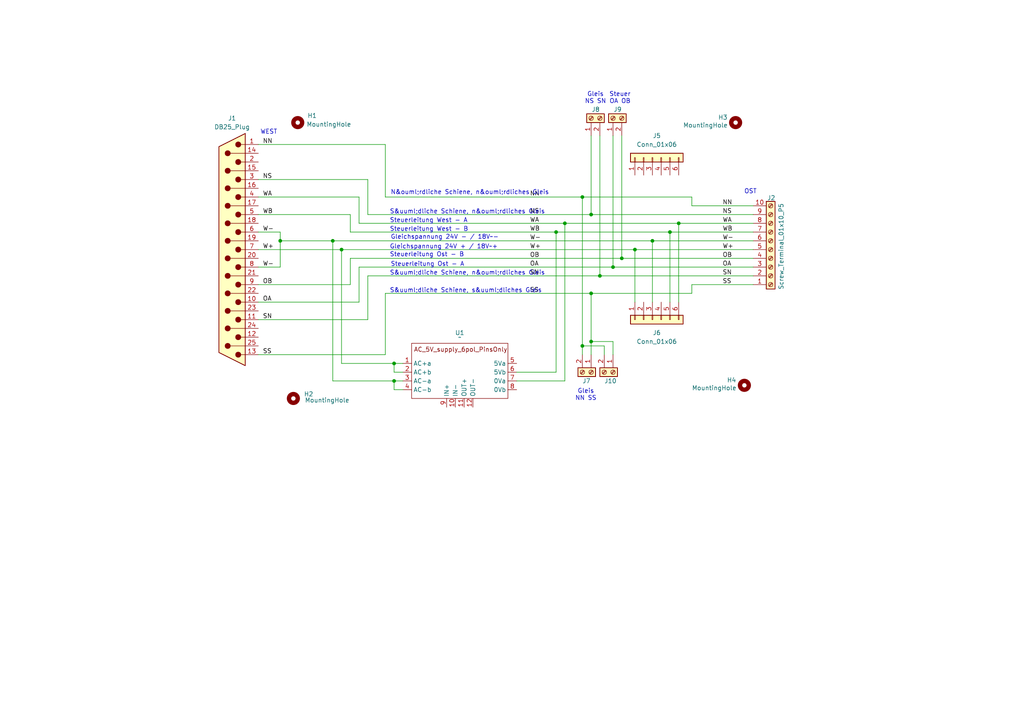
<source format=kicad_sch>
(kicad_sch (version 20231120) (generator "eeschema") (generator_version "8.0")
  (paper "A4")
  (title_block (date "2025-03-06"))
  (lib_symbols
    (symbol "Connector:DB25_Plug" (pin_names (offset 1.016) hide)
      (property "Reference" "J" (at 0 34.29 0))
      (property "Value" "DB25_Plug" (at 0 -34.925 0))
      (symbol "DB25_Plug_0_1"
        (circle (center -1.778 -30.48) (radius 0.762) (fill (type outline)))
        (circle (center -1.778 -25.4) (radius 0.762) (fill (type outline)))
        (circle (center -1.778 -20.32) (radius 0.762) (fill (type outline)))
        (circle (center -1.778 -15.24) (radius 0.762) (fill (type outline)))
        (circle (center -1.778 -10.16) (radius 0.762) (fill (type outline)))
        (circle (center -1.778 -5.08) (radius 0.762) (fill (type outline)))
        (circle (center -1.778 0) (radius 0.762) (fill (type outline)))
        (circle (center -1.778 5.08) (radius 0.762) (fill (type outline)))
        (circle (center -1.778 10.16) (radius 0.762) (fill (type outline)))
        (circle (center -1.778 15.24) (radius 0.762) (fill (type outline)))
        (circle (center -1.778 20.32) (radius 0.762) (fill (type outline)))
        (circle (center -1.778 25.4) (radius 0.762) (fill (type outline)))
        (circle (center -1.778 30.48) (radius 0.762) (fill (type outline)))
        (polyline (pts (xy -3.81 -30.48) (xy -2.54 -30.48)))
        (polyline (pts (xy -3.81 -27.94) (xy 0.508 -27.94)))
        (polyline (pts (xy -3.81 -25.4) (xy -2.54 -25.4)))
        (polyline (pts (xy -3.81 -22.86) (xy 0.508 -22.86)))
        (polyline (pts (xy -3.81 -20.32) (xy -2.54 -20.32)))
        (polyline (pts (xy -3.81 -17.78) (xy 0.508 -17.78)))
        (polyline (pts (xy -3.81 -15.24) (xy -2.54 -15.24)))
        (polyline (pts (xy -3.81 -12.7) (xy 0.508 -12.7)))
        (polyline (pts (xy -3.81 -10.16) (xy -2.54 -10.16)))
        (polyline (pts (xy -3.81 -7.62) (xy 0.508 -7.62)))
        (polyline (pts (xy -3.81 -5.08) (xy -2.54 -5.08)))
        (polyline (pts (xy -3.81 -2.54) (xy 0.508 -2.54)))
        (polyline (pts (xy -3.81 0) (xy -2.54 0)))
        (polyline (pts (xy -3.81 2.54) (xy 0.508 2.54)))
        (polyline (pts (xy -3.81 5.08) (xy -2.54 5.08)))
        (polyline (pts (xy -3.81 7.62) (xy 0.508 7.62)))
        (polyline (pts (xy -3.81 10.16) (xy -2.54 10.16)))
        (polyline (pts (xy -3.81 12.7) (xy 0.508 12.7)))
        (polyline (pts (xy -3.81 15.24) (xy -2.54 15.24)))
        (polyline (pts (xy -3.81 17.78) (xy 0.508 17.78)))
        (polyline (pts (xy -3.81 20.32) (xy -2.54 20.32)))
        (polyline (pts (xy -3.81 22.86) (xy 0.508 22.86)))
        (polyline (pts (xy -3.81 25.4) (xy -2.54 25.4)))
        (polyline (pts (xy -3.81 27.94) (xy 0.508 27.94)))
        (polyline (pts (xy -3.81 30.48) (xy -2.54 30.48)))
        (polyline (pts (xy -3.81 -33.655) (xy 3.81 -29.845) (xy 3.81 29.845) (xy -3.81 33.655) (xy -3.81 -33.655)) (stroke (width 0.254)) (fill (type background)))
        (circle (center 1.27 -27.94) (radius 0.762) (fill (type outline)))
        (circle (center 1.27 -22.86) (radius 0.762) (fill (type outline)))
        (circle (center 1.27 -17.78) (radius 0.762) (fill (type outline)))
        (circle (center 1.27 -12.7) (radius 0.762) (fill (type outline)))
        (circle (center 1.27 -7.62) (radius 0.762) (fill (type outline)))
        (circle (center 1.27 -2.54) (radius 0.762) (fill (type outline)))
        (circle (center 1.27 2.54) (radius 0.762) (fill (type outline)))
        (circle (center 1.27 7.62) (radius 0.762) (fill (type outline)))
        (circle (center 1.27 12.7) (radius 0.762) (fill (type outline)))
        (circle (center 1.27 17.78) (radius 0.762) (fill (type outline)))
        (circle (center 1.27 22.86) (radius 0.762) (fill (type outline)))
        (circle (center 1.27 27.94) (radius 0.762) (fill (type outline)))
      )
      (symbol "DB25_Plug_1_1"
        (pin passive line (at -7.62 -30.48 0) (length 3.81) (name "1") (number "1"))
        (pin passive line (at -7.62 15.24 0) (length 3.81) (name "10") (number "10"))
        (pin passive line (at -7.62 20.32 0) (length 3.81) (name "11") (number "11"))
        (pin passive line (at -7.62 25.4 0) (length 3.81) (name "12") (number "12"))
        (pin passive line (at -7.62 30.48 0) (length 3.81) (name "13") (number "13"))
        (pin passive line (at -7.62 -27.94 0) (length 3.81) (name "P14") (number "14"))
        (pin passive line (at -7.62 -22.86 0) (length 3.81) (name "P15") (number "15"))
        (pin passive line (at -7.62 -17.78 0) (length 3.81) (name "P16") (number "16"))
        (pin passive line (at -7.62 -12.7 0) (length 3.81) (name "P17") (number "17"))
        (pin passive line (at -7.62 -7.62 0) (length 3.81) (name "P18") (number "18"))
        (pin passive line (at -7.62 -2.54 0) (length 3.81) (name "P19") (number "19"))
        (pin passive line (at -7.62 -25.4 0) (length 3.81) (name "2") (number "2"))
        (pin passive line (at -7.62 2.54 0) (length 3.81) (name "P20") (number "20"))
        (pin passive line (at -7.62 7.62 0) (length 3.81) (name "P21") (number "21"))
        (pin passive line (at -7.62 12.7 0) (length 3.81) (name "P22") (number "22"))
        (pin passive line (at -7.62 17.78 0) (length 3.81) (name "P23") (number "23"))
        (pin passive line (at -7.62 22.86 0) (length 3.81) (name "P24") (number "24"))
        (pin passive line (at -7.62 27.94 0) (length 3.81) (name "P25") (number "25"))
        (pin passive line (at -7.62 -20.32 0) (length 3.81) (name "3") (number "3"))
        (pin passive line (at -7.62 -15.24 0) (length 3.81) (name "4") (number "4"))
        (pin passive line (at -7.62 -10.16 0) (length 3.81) (name "5") (number "5"))
        (pin passive line (at -7.62 -5.08 0) (length 3.81) (name "6") (number "6"))
        (pin passive line (at -7.62 0 0) (length 3.81) (name "7") (number "7"))
        (pin passive line (at -7.62 5.08 0) (length 3.81) (name "8") (number "8"))
        (pin passive line (at -7.62 10.16 0) (length 3.81) (name "9") (number "9"))
      )
    )
    (symbol "Connector_Generic:Conn_01x06" (pin_names (offset 1.016) hide)
      (property "Reference" "J" (at 0 7.62 0))
      (property "Value" "Conn_01x06" (at 0 -10.16 0))
      (symbol "Conn_01x06_1_1"
        (rectangle (start -1.27 -7.493) (end 0 -7.747) (stroke (width 0.1524)))
        (rectangle (start -1.27 -4.953) (end 0 -5.207) (stroke (width 0.1524)))
        (rectangle (start -1.27 -2.413) (end 0 -2.667) (stroke (width 0.1524)))
        (rectangle (start -1.27 0.127) (end 0 -0.127) (stroke (width 0.1524)))
        (rectangle (start -1.27 2.667) (end 0 2.413) (stroke (width 0.1524)))
        (rectangle (start -1.27 5.207) (end 0 4.953) (stroke (width 0.1524)))
        (rectangle (start -1.27 6.35) (end 1.27 -8.89) (stroke (width 0.254)) (fill (type background)))
        (pin passive line (at -5.08 5.08 0) (length 3.81) (name "Pin_1") (number "1"))
        (pin passive line (at -5.08 2.54 0) (length 3.81) (name "Pin_2") (number "2"))
        (pin passive line (at -5.08 0 0) (length 3.81) (name "Pin_3") (number "3"))
        (pin passive line (at -5.08 -2.54 0) (length 3.81) (name "Pin_4") (number "4"))
        (pin passive line (at -5.08 -5.08 0) (length 3.81) (name "Pin_5") (number "5"))
        (pin passive line (at -5.08 -7.62 0) (length 3.81) (name "Pin_6") (number "6"))
      )
    )
    (symbol "Mechanical:MountingHole" (pin_names (offset 1.016)) (exclude_from_sim yes) (in_bom no)
      (property "Reference" "H" (at 0 5.08 0))
      (property "Value" "MountingHole" (at 0 3.175 0))
      (symbol "MountingHole_0_1"
        (circle (center 0 0) (radius 1.27) (stroke (width 1.27)))
      )
    )
    (symbol "_kh_library:AC_5V_supply_6pol"
      (property "Reference" "U" (at 16.256 7.112 0))
      (symbol "AC_5V_supply_6pol_0_1"
        (rectangle (start 2.54 5.842) (end 30.48 -10.16))
      )
      (symbol "AC_5V_supply_6pol_1_1"
        (text "AC_5V_supply_6pol_PinsOnly" (at 16.764 4.064 0) (effects (font (size 1.27 1.27))))
        (pin passive line (at 0 0 0) (length 2.54) (name "AC+a") (number "1"))
        (pin passive line (at 15.24 -12.7 90) (length 2.54) (name "IN-") (number "10"))
        (pin passive line (at 17.78 -12.7 90) (length 2.54) (name "OUT+") (number "11"))
        (pin passive line (at 20.32 -12.7 90) (length 2.54) (name "OUT-") (number "12"))
        (pin passive line (at 0 -2.54 0) (length 2.54) (name "AC+b") (number "2"))
        (pin passive line (at 0 -5.08 0) (length 2.54) (name "AC-a") (number "3"))
        (pin passive line (at 0 -7.62 0) (length 2.54) (name "AC-b") (number "4"))
        (pin passive line (at 33.02 0 180) (length 2.54) (name "5Va") (number "5"))
        (pin passive line (at 33.02 -2.54 180) (length 2.54) (name "5Vb") (number "6"))
        (pin passive line (at 33.02 -5.08 180) (length 2.54) (name "0Va") (number "7"))
        (pin passive line (at 33.02 -7.62 180) (length 2.54) (name "0Vb") (number "8"))
        (pin passive line (at 12.7 -12.7 90) (length 2.54) (name "IN+") (number "9"))
      )
    )
    (symbol "_kh_library:Screw_Terminal_01x02_P5" (pin_names (offset 1.016) hide)
      (property "Reference" "J" (at 2.286 0 0))
      (property "Value" "Screw_Terminal_01x02_P5" (at 6.35 -1.016 90))
      (symbol "Screw_Terminal_01x02_P5_1_1"
        (rectangle (start -1.27 1.27) (end 1.27 -3.81) (stroke (width 0.254)) (fill (type background)))
        (circle (center 0 -2.54) (radius 0.635) (stroke (width 0.1524)))
        (polyline (pts (xy -0.5334 -2.2098) (xy 0.3302 -3.048)) (stroke (width 0.1524)))
        (polyline (pts (xy -0.5334 0.3302) (xy 0.3302 -0.508)) (stroke (width 0.1524)))
        (polyline (pts (xy -0.3556 -2.032) (xy 0.508 -2.8702)) (stroke (width 0.1524)))
        (polyline (pts (xy -0.3556 0.508) (xy 0.508 -0.3302)) (stroke (width 0.1524)))
        (circle (center 0 0) (radius 0.635) (stroke (width 0.1524)))
        (pin passive line (at -5.08 0 0) (length 3.81) (name "Pin_1") (number "1"))
        (pin passive line (at -5.08 -2.54 0) (length 3.81) (name "Pin_2") (number "2"))
      )
    )
    (symbol "_kh_library:Screw_Terminal_01x10_P5" (pin_names (offset 1.016) hide)
      (property "Reference" "J" (at 0 12.7 0))
      (property "Value" "Screw_Terminal_01x10_P5" (at 3.556 -1.016 90))
      (symbol "Screw_Terminal_01x10_P5_1_1"
        (rectangle (start -1.27 11.43) (end 1.27 -13.97) (stroke (width 0.254)) (fill (type background)))
        (circle (center 0 -12.7) (radius 0.635) (stroke (width 0.1524)))
        (circle (center 0 -10.16) (radius 0.635) (stroke (width 0.1524)))
        (circle (center 0 -7.62) (radius 0.635) (stroke (width 0.1524)))
        (circle (center 0 -5.08) (radius 0.635) (stroke (width 0.1524)))
        (circle (center 0 -2.54) (radius 0.635) (stroke (width 0.1524)))
        (polyline (pts (xy -0.5334 -12.3698) (xy 0.3302 -13.208)) (stroke (width 0.1524)))
        (polyline (pts (xy -0.5334 -9.8298) (xy 0.3302 -10.668)) (stroke (width 0.1524)))
        (polyline (pts (xy -0.5334 -7.2898) (xy 0.3302 -8.128)) (stroke (width 0.1524)))
        (polyline (pts (xy -0.5334 -4.7498) (xy 0.3302 -5.588)) (stroke (width 0.1524)))
        (polyline (pts (xy -0.5334 -2.2098) (xy 0.3302 -3.048)) (stroke (width 0.1524)))
        (polyline (pts (xy -0.5334 0.3302) (xy 0.3302 -0.508)) (stroke (width 0.1524)))
        (polyline (pts (xy -0.5334 2.8702) (xy 0.3302 2.032)) (stroke (width 0.1524)))
        (polyline (pts (xy -0.5334 5.4102) (xy 0.3302 4.572)) (stroke (width 0.1524)))
        (polyline (pts (xy -0.5334 7.9502) (xy 0.3302 7.112)) (stroke (width 0.1524)))
        (polyline (pts (xy -0.5334 10.4902) (xy 0.3302 9.652)) (stroke (width 0.1524)))
        (polyline (pts (xy -0.3556 -12.192) (xy 0.508 -13.0302)) (stroke (width 0.1524)))
        (polyline (pts (xy -0.3556 -9.652) (xy 0.508 -10.4902)) (stroke (width 0.1524)))
        (polyline (pts (xy -0.3556 -7.112) (xy 0.508 -7.9502)) (stroke (width 0.1524)))
        (polyline (pts (xy -0.3556 -4.572) (xy 0.508 -5.4102)) (stroke (width 0.1524)))
        (polyline (pts (xy -0.3556 -2.032) (xy 0.508 -2.8702)) (stroke (width 0.1524)))
        (polyline (pts (xy -0.3556 0.508) (xy 0.508 -0.3302)) (stroke (width 0.1524)))
        (polyline (pts (xy -0.3556 3.048) (xy 0.508 2.2098)) (stroke (width 0.1524)))
        (polyline (pts (xy -0.3556 5.588) (xy 0.508 4.7498)) (stroke (width 0.1524)))
        (polyline (pts (xy -0.3556 8.128) (xy 0.508 7.2898)) (stroke (width 0.1524)))
        (polyline (pts (xy -0.3556 10.668) (xy 0.508 9.8298)) (stroke (width 0.1524)))
        (circle (center 0 0) (radius 0.635) (stroke (width 0.1524)))
        (circle (center 0 2.54) (radius 0.635) (stroke (width 0.1524)))
        (circle (center 0 5.08) (radius 0.635) (stroke (width 0.1524)))
        (circle (center 0 7.62) (radius 0.635) (stroke (width 0.1524)))
        (circle (center 0 10.16) (radius 0.635) (stroke (width 0.1524)))
        (pin passive line (at -5.08 10.16 0) (length 3.81) (name "Pin_1") (number "1"))
        (pin passive line (at -5.08 -12.7 0) (length 3.81) (name "Pin_10") (number "10"))
        (pin passive line (at -5.08 7.62 0) (length 3.81) (name "Pin_2") (number "2"))
        (pin passive line (at -5.08 5.08 0) (length 3.81) (name "Pin_3") (number "3"))
        (pin passive line (at -5.08 2.54 0) (length 3.81) (name "Pin_4") (number "4"))
        (pin passive line (at -5.08 0 0) (length 3.81) (name "Pin_5") (number "5"))
        (pin passive line (at -5.08 -2.54 0) (length 3.81) (name "Pin_6") (number "6"))
        (pin passive line (at -5.08 -5.08 0) (length 3.81) (name "Pin_7") (number "7"))
        (pin passive line (at -5.08 -7.62 0) (length 3.81) (name "Pin_8") (number "8"))
        (pin passive line (at -5.08 -10.16 0) (length 3.81) (name "Pin_9") (number "9"))
      )
    )
  )
  (junction (at 171.45 62.23))
  (junction (at 81.28 69.85))
  (junction (at 194.31 67.31))
  (junction (at 173.99 80.01))
  (junction (at 163.83 64.77))
  (junction (at 184.15 72.39))
  (junction (at 180.34 74.93))
  (junction (at 168.91 100.33))
  (junction (at 161.29 67.31))
  (junction (at 168.91 57.15))
  (junction (at 189.23 69.85))
  (junction (at 171.45 99.06))
  (junction (at 99.06 72.39))
  (junction (at 196.85 64.77))
  (junction (at 171.45 85.09))
  (junction (at 114.3 110.49))
  (junction (at 114.3 105.41))
  (junction (at 177.8 77.47))
  (junction (at 96.52 69.85))
  (wire (pts (xy 111.76 41.91) (xy 111.76 57.15)))
  (wire (pts (xy 171.45 85.09) (xy 171.45 99.06)))
  (wire (pts (xy 173.99 80.01) (xy 218.44 80.01)))
  (wire (pts (xy 194.31 67.31) (xy 194.31 87.63)))
  (wire (pts (xy 184.15 72.39) (xy 218.44 72.39)))
  (wire (pts (xy 200.66 85.09) (xy 200.66 82.55)))
  (wire (pts (xy 184.15 72.39) (xy 184.15 87.63)))
  (wire (pts (xy 189.23 69.85) (xy 189.23 87.63)))
  (wire (pts (xy 74.93 41.91) (xy 111.76 41.91)))
  (wire (pts (xy 116.84 110.49) (xy 114.3 110.49)))
  (wire (pts (xy 168.91 57.15) (xy 200.66 57.15)))
  (wire (pts (xy 194.31 67.31) (xy 218.44 67.31)))
  (wire (pts (xy 177.8 77.47) (xy 218.44 77.47)))
  (wire (pts (xy 74.93 102.87) (xy 111.76 102.87)))
  (wire (pts (xy 99.06 72.39) (xy 184.15 72.39)))
  (wire (pts (xy 189.23 69.85) (xy 218.44 69.85)))
  (wire (pts (xy 161.29 107.95) (xy 161.29 67.31)))
  (wire (pts (xy 74.93 67.31) (xy 81.28 67.31)))
  (wire (pts (xy 74.93 82.55) (xy 101.6 82.55)))
  (wire (pts (xy 111.76 85.09) (xy 171.45 85.09)))
  (wire (pts (xy 104.14 87.63) (xy 104.14 77.47)))
  (wire (pts (xy 149.86 110.49) (xy 163.83 110.49)))
  (wire (pts (xy 161.29 67.31) (xy 194.31 67.31)))
  (wire (pts (xy 74.93 52.07) (xy 106.68 52.07)))
  (wire (pts (xy 96.52 69.85) (xy 96.52 110.49)))
  (wire (pts (xy 99.06 72.39) (xy 99.06 105.41)))
  (wire (pts (xy 196.85 64.77) (xy 196.85 87.63)))
  (wire (pts (xy 111.76 102.87) (xy 111.76 85.09)))
  (wire (pts (xy 163.83 110.49) (xy 163.83 64.77)))
  (wire (pts (xy 114.3 107.95) (xy 116.84 107.95)))
  (wire (pts (xy 104.14 57.15) (xy 104.14 64.77)))
  (wire (pts (xy 114.3 105.41) (xy 114.3 107.95)))
  (wire (pts (xy 173.99 39.37) (xy 173.99 80.01)))
  (wire (pts (xy 81.28 69.85) (xy 81.28 67.31)))
  (wire (pts (xy 180.34 74.93) (xy 218.44 74.93)))
  (wire (pts (xy 111.76 57.15) (xy 168.91 57.15)))
  (wire (pts (xy 200.66 57.15) (xy 200.66 59.69)))
  (wire (pts (xy 114.3 110.49) (xy 114.3 113.03)))
  (wire (pts (xy 106.68 92.71) (xy 106.68 80.01)))
  (wire (pts (xy 104.14 64.77) (xy 163.83 64.77)))
  (wire (pts (xy 74.93 87.63) (xy 104.14 87.63)))
  (wire (pts (xy 74.93 62.23) (xy 101.6 62.23)))
  (wire (pts (xy 175.26 102.87) (xy 175.26 100.33)))
  (wire (pts (xy 106.68 62.23) (xy 171.45 62.23)))
  (wire (pts (xy 74.93 72.39) (xy 99.06 72.39)))
  (wire (pts (xy 177.8 99.06) (xy 171.45 99.06)))
  (wire (pts (xy 74.93 92.71) (xy 106.68 92.71)))
  (wire (pts (xy 96.52 110.49) (xy 114.3 110.49)))
  (wire (pts (xy 177.8 39.37) (xy 177.8 77.47)))
  (wire (pts (xy 96.52 69.85) (xy 189.23 69.85)))
  (wire (pts (xy 99.06 105.41) (xy 114.3 105.41)))
  (wire (pts (xy 171.45 99.06) (xy 171.45 102.87)))
  (wire (pts (xy 218.44 59.69) (xy 200.66 59.69)))
  (wire (pts (xy 81.28 69.85) (xy 81.28 77.47)))
  (wire (pts (xy 106.68 52.07) (xy 106.68 62.23)))
  (wire (pts (xy 196.85 64.77) (xy 218.44 64.77)))
  (wire (pts (xy 116.84 105.41) (xy 114.3 105.41)))
  (wire (pts (xy 101.6 74.93) (xy 180.34 74.93)))
  (wire (pts (xy 101.6 67.31) (xy 161.29 67.31)))
  (wire (pts (xy 114.3 113.03) (xy 116.84 113.03)))
  (wire (pts (xy 180.34 39.37) (xy 180.34 74.93)))
  (wire (pts (xy 149.86 107.95) (xy 161.29 107.95)))
  (wire (pts (xy 163.83 64.77) (xy 196.85 64.77)))
  (wire (pts (xy 171.45 85.09) (xy 200.66 85.09)))
  (wire (pts (xy 154.94 -12.7) (xy 148.59 -12.7)))
  (wire (pts (xy 74.93 77.47) (xy 81.28 77.47)))
  (wire (pts (xy 106.68 80.01) (xy 173.99 80.01)))
  (wire (pts (xy 101.6 62.23) (xy 101.6 67.31)))
  (wire (pts (xy 171.45 62.23) (xy 218.44 62.23)))
  (wire (pts (xy 171.45 39.37) (xy 171.45 62.23)))
  (wire (pts (xy 168.91 57.15) (xy 168.91 100.33)))
  (wire (pts (xy 177.8 102.87) (xy 177.8 99.06)))
  (wire (pts (xy 74.93 57.15) (xy 104.14 57.15)))
  (wire (pts (xy 101.6 82.55) (xy 101.6 74.93)))
  (wire (pts (xy 168.91 100.33) (xy 168.91 102.87)))
  (wire (pts (xy 200.66 82.55) (xy 218.44 82.55)))
  (wire (pts (xy 104.14 77.47) (xy 177.8 77.47)))
  (wire (pts (xy 168.91 100.33) (xy 175.26 100.33)))
  (wire (pts (xy 81.28 69.85) (xy 96.52 69.85)))
  (text "Gleis\nNS SN" (at 172.72 28.448 0) (effects (font (size 1.27 1.27))))
  (text "S&uuml;dliche Schiene, s&uuml;dliches Gleis" (at 113.03 84.328 0) (effects (font (size 1.27 1.27)) (justify left)))
  (text "S&uuml;dliche Schiene, n&ouml;rdliches Gleis" (at 113.03 61.468 0) (effects (font (size 1.27 1.27)) (justify left)))
  (text "Steuer\nOA OB" (at 179.832 28.448 0) (effects (font (size 1.27 1.27))))
  (text "Gleichspannung 24V - / 18V~-" (at 113.284 68.834 0) (effects (font (size 1.27 1.27)) (justify left)))
  (text "N&ouml;rdliche Schiene, n&ouml;rdliches Gleis" (at 113.284 55.88 0) (effects (font (size 1.27 1.27)) (justify left)))
  (text "Steuerleitung West - A" (at 113.03 64.008 0) (effects (font (size 1.27 1.27)) (justify left)))
  (text "Steuerleitung Ost - B" (at 113.03 73.914 0) (effects (font (size 1.27 1.27)) (justify left)))
  (text "Steuerleitung West - B" (at 113.03 66.548 0) (effects (font (size 1.27 1.27)) (justify left)))
  (text "WEST" (at 77.978 38.354 0) (effects (font (size 1.27 1.27))))
  (text "Gleichspannung 24V + / 18V~+" (at 113.03 71.628 0) (effects (font (size 1.27 1.27)) (justify left)))
  (text "OST" (at 217.678 55.626 0) (effects (font (size 1.27 1.27))))
  (text "Gleis\nNN SS" (at 169.926 114.554 0) (effects (font (size 1.27 1.27))))
  (text "S&uuml;dliche Schiene, n&ouml;rdliches Gleis" (at 113.03 79.248 0) (effects (font (size 1.27 1.27)) (justify left)))
  (text "Steuerleitung Ost - A" (at 113.284 76.708 0) (effects (font (size 1.27 1.27)) (justify left)))
  (label "OA" (at 209.55 77.47 0))
  (label "NS" (at 153.67 62.23 0))
  (label "SN" (at 76.2 92.71 0))
  (label "WB" (at 153.67 67.31 0))
  (label "WB" (at 76.2 62.23 0))
  (label "WA" (at 76.2 57.15 0))
  (label "W-" (at 76.2 77.47 0))
  (label "NN" (at 209.55 59.69 0))
  (label "W-" (at 209.55 69.85 0))
  (label "WB" (at 209.55 67.31 0))
  (label "SS" (at 209.55 82.55 0))
  (label "OB" (at 209.55 74.93 0))
  (label "WA" (at 153.67 64.77 0))
  (label "NS" (at 76.2 52.07 0))
  (label "OB" (at 76.2 82.55 0))
  (label "NN" (at 76.2 41.91 0))
  (label "SS" (at 153.67 85.09 0))
  (label "SS" (at 76.2 102.87 0))
  (label "OA" (at 153.67 77.47 0))
  (label "WA" (at 209.55 64.77 0))
  (label "SN" (at 209.55 80.01 0))
  (label "OA" (at 76.2 87.63 0))
  (label "W+" (at 153.67 72.39 0))
  (label "W-" (at 76.2 67.31 0))
  (label "NS" (at 209.55 62.23 0))
  (label "NN" (at 153.67 57.15 0))
  (label "W-" (at 153.67 69.85 0))
  (label "W+" (at 209.55 72.39 0))
  (label "W+" (at 76.2 72.39 0))
  (label "SN" (at 153.67 80.01 0))
  (label "OB" (at 153.67 74.93 0))
  (symbol (lib_id "Connector:DB25_Plug") (at 67.31 72.39 180) (unit 1)
    (property "Reference" "J1" (at 67.31 34.29 0))
    (property "Value" "DB25_Plug" (at 67.31 36.83 0))
    (property "Footprint" "_kh_library:DSUB-25_Male_Horizontal_P2.77x2.84mm_EdgePinOffset7.70mm_Housed_MountingHolesOffset9.12mm" (effects (hide yes)))
    (property "Description" "25-pin male plug pin D-SUB connector" (effects (hide yes)))
  )
  (symbol (lib_id "Mechanical:MountingHole") (at 215.9 111.76 180) (unit 1) (exclude_from_sim yes) (in_bom no)
    (property "Reference" "H4" (at 210.82 110.236 0) (effects (justify right)))
    (property "Value" "MountingHole" (at 200.66 112.522 0) (effects (justify right)))
    (property "Footprint" "MountingHole:MountingHole_2.7mm_M2.5_DIN965_Pad_TopBottom" (effects (hide yes)))
    (property "Description" "Mounting Hole without connection" (effects (hide yes)))
  )
  (symbol (lib_id "_kh_library:Screw_Terminal_01x02_P5") (at 171.45 34.29 90) (unit 1)
    (property "Reference" "J8" (at 173.99 31.75 90) (effects (justify left)))
    (property "Value" "Screw_Terminal_01x02_P5" (effects (hide yes)))
    (property "Footprint" "_kh_library:Screw_Terminal_01x02_P5" (effects (hide yes)))
    (property "Description" "Generic screw terminal, single row, 01x02, script generated (kicad-library-utils/schlib/autogen/connector/)" (effects (hide yes)))
  )
  (symbol (lib_id "_kh_library:Screw_Terminal_01x02_P5") (at 171.45 107.95 270) (unit 1)
    (property "Reference" "J7" (at 168.91 110.49 90) (effects (justify left)))
    (property "Value" "Screw_Terminal_01x02_P5" (effects (hide yes)))
    (property "Footprint" "_kh_library:Screw_Terminal_01x02_P5" (effects (hide yes)))
    (property "Description" "Generic screw terminal, single row, 01x02, script generated (kicad-library-utils/schlib/autogen/connector/)" (effects (hide yes)))
  )
  (symbol (lib_id "_kh_library:AC_5V_supply_6pol") (at 116.84 105.41 0) (unit 1)
    (property "Reference" "U1" (at 133.35 96.52 0))
    (property "Value" "~" (at 133.35 97.79 0))
    (property "Footprint" "_kh_library:AC_5V_supply_6pol_PinsOnly" (effects (hide yes)))
  )
  (symbol (lib_id "Connector_Generic:Conn_01x06") (at 189.23 92.71 90) (mirror x) (unit 1)
    (property "Reference" "J6" (at 190.5 96.52 90))
    (property "Value" "Conn_01x06" (at 190.5 99.06 90))
    (property "Footprint" "_kh_library:PinSocket_1x06_P2.54mm_Vertical_1.1_kh" (effects (hide yes)))
    (property "Description" "Generic connector, single row, 01x06, script generated (kicad-library-utils/schlib/autogen/connector/)" (effects (hide yes)))
  )
  (symbol (lib_id "Connector_Generic:Conn_01x06") (at 189.23 45.72 90) (unit 1)
    (property "Reference" "J5" (at 190.5 39.37 90))
    (property "Value" "Conn_01x06" (at 190.5 41.91 90))
    (property "Footprint" "_kh_library:PinSocket_1x06_P2.54mm_Vertical_1.1_kh" (effects (hide yes)))
    (property "Description" "Generic connector, single row, 01x06, script generated (kicad-library-utils/schlib/autogen/connector/)" (effects (hide yes)))
  )
  (symbol (lib_id "Mechanical:MountingHole") (at 86.36 35.56 180) (unit 1) (exclude_from_sim yes) (in_bom no)
    (property "Reference" "H1" (at 89.154 33.528 0) (effects (justify right)))
    (property "Value" "MountingHole" (at 88.9 36.068 0) (effects (justify right)))
    (property "Footprint" "MountingHole:MountingHole_2.7mm_M2.5_DIN965_Pad_TopBottom" (effects (hide yes)))
    (property "Description" "Mounting Hole without connection" (effects (hide yes)))
  )
  (symbol (lib_id "Mechanical:MountingHole") (at 85.09 115.57 180) (unit 1) (exclude_from_sim yes) (in_bom no)
    (property "Reference" "H2" (at 88.138 114.3 0) (effects (justify right)))
    (property "Value" "MountingHole" (at 88.392 116.078 0) (effects (justify right)))
    (property "Footprint" "MountingHole:MountingHole_2.7mm_M2.5_DIN965_Pad_TopBottom" (effects (hide yes)))
    (property "Description" "Mounting Hole without connection" (effects (hide yes)))
  )
  (symbol (lib_id "Mechanical:MountingHole") (at 213.36 35.56 180) (unit 1) (exclude_from_sim yes) (in_bom no)
    (property "Reference" "H3" (at 208.28 34.036 0) (effects (justify right)))
    (property "Value" "MountingHole" (at 198.12 36.322 0) (effects (justify right)))
    (property "Footprint" "MountingHole:MountingHole_2.7mm_M2.5_DIN965_Pad_TopBottom" (effects (hide yes)))
    (property "Description" "Mounting Hole without connection" (effects (hide yes)))
  )
  (symbol (lib_id "_kh_library:Screw_Terminal_01x10_P5") (at 223.52 72.39 0) (mirror x) (unit 1)
    (property "Reference" "J2" (at 222.504 57.404 0) (effects (justify left)))
    (property "Value" "Screw_Terminal_01x10_P5" (at 226.568 58.928 90) (effects (justify left)))
    (property "Footprint" "_kh_library:Screw_Terminal_01x10_P5" (effects (hide yes)))
    (property "Description" "Generic screw terminal, single row, 01x10, script generated (kicad-library-utils/schlib/autogen/connector/)" (effects (hide yes)))
  )
  (symbol (lib_id "_kh_library:Screw_Terminal_01x02_P5") (at 177.8 34.29 90) (unit 1)
    (property "Reference" "J9" (at 180.34 31.75 90) (effects (justify left)))
    (property "Value" "Screw_Terminal_01x02_P5" (effects (hide yes)))
    (property "Footprint" "_kh_library:Screw_Terminal_01x02_P5" (effects (hide yes)))
    (property "Description" "Generic screw terminal, single row, 01x02, script generated (kicad-library-utils/schlib/autogen/connector/)" (effects (hide yes)))
  )
  (symbol (lib_id "_kh_library:Screw_Terminal_01x02_P5") (at 177.8 107.95 270) (unit 1)
    (property "Reference" "J10" (at 175.26 110.49 90) (effects (justify left)))
    (property "Value" "Screw_Terminal_01x02_P5" (effects (hide yes)))
    (property "Footprint" "_kh_library:Screw_Terminal_01x02_P5" (effects (hide yes)))
    (property "Description" "Generic screw terminal, single row, 01x02, script generated (kicad-library-utils/schlib/autogen/connector/)" (effects (hide yes)))
  )
)
</source>
